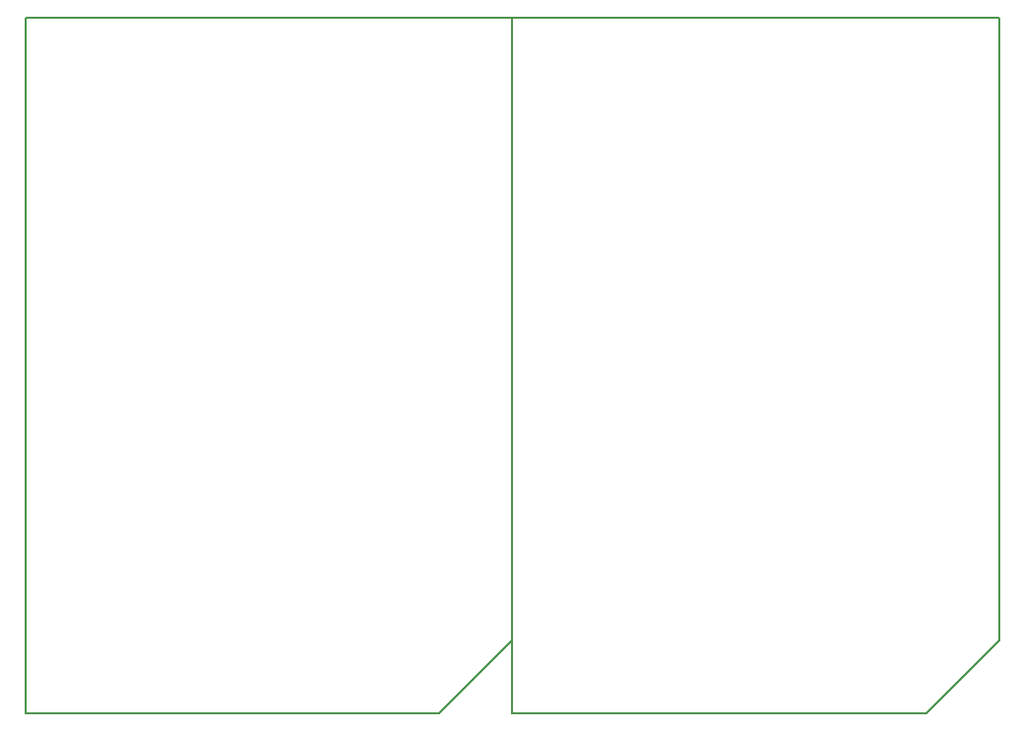
<source format=gm1>
G04 #@! TF.GenerationSoftware,KiCad,Pcbnew,5.0.0-fee4fd1~66~ubuntu16.04.1*
G04 #@! TF.CreationDate,2018-09-16T13:21:58+02:00*
G04 #@! TF.ProjectId,WiRoc_NanoPi_v1_Panelized,5769526F635F4E616E6F50695F76315F,rev?*
G04 #@! TF.SameCoordinates,Original*
G04 #@! TF.FileFunction,Profile,NP*
%FSLAX46Y46*%
G04 Gerber Fmt 4.6, Leading zero omitted, Abs format (unit mm)*
G04 Created by KiCad (PCBNEW 5.0.0-fee4fd1~66~ubuntu16.04.1) date Sun Sep 16 13:21:58 2018*
%MOMM*%
%LPD*%
G01*
G04 APERTURE LIST*
%ADD10C,0.150000*%
G04 APERTURE END LIST*
D10*
X75266000Y-89448000D02*
X110766000Y-89448000D01*
X75266000Y-89448000D02*
X75266000Y-29648000D01*
X117066000Y-29648000D02*
X117066000Y-83148000D01*
X110766000Y-89448000D02*
X117066000Y-83148000D01*
X75266000Y-29648000D02*
X117066000Y-29648000D01*
X75266000Y-29648000D02*
X75266000Y-83148000D01*
X68966000Y-89448000D02*
X75266000Y-83148000D01*
X33466000Y-29648000D02*
X75266000Y-29648000D01*
X33466000Y-89448000D02*
X33466000Y-29648000D01*
X33466000Y-89448000D02*
X68966000Y-89448000D01*
M02*

</source>
